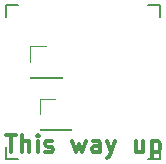
<source format=gbr>
%TF.GenerationSoftware,KiCad,Pcbnew,8.0.6*%
%TF.CreationDate,2025-02-08T19:38:12+00:00*%
%TF.ProjectId,Gateron2Alps,47617465-726f-46e3-9241-6c70732e6b69,rev?*%
%TF.SameCoordinates,Original*%
%TF.FileFunction,Legend,Top*%
%TF.FilePolarity,Positive*%
%FSLAX46Y46*%
G04 Gerber Fmt 4.6, Leading zero omitted, Abs format (unit mm)*
G04 Created by KiCad (PCBNEW 8.0.6) date 2025-02-08 19:38:12*
%MOMM*%
%LPD*%
G01*
G04 APERTURE LIST*
%ADD10C,0.300000*%
%ADD11C,0.120000*%
%ADD12C,0.140000*%
G04 APERTURE END LIST*
D10*
X114056025Y-90731428D02*
X114913168Y-90731428D01*
X114484596Y-92231428D02*
X114484596Y-90731428D01*
X115413167Y-92231428D02*
X115413167Y-90731428D01*
X116056025Y-92231428D02*
X116056025Y-91445714D01*
X116056025Y-91445714D02*
X115984596Y-91302857D01*
X115984596Y-91302857D02*
X115841739Y-91231428D01*
X115841739Y-91231428D02*
X115627453Y-91231428D01*
X115627453Y-91231428D02*
X115484596Y-91302857D01*
X115484596Y-91302857D02*
X115413167Y-91374285D01*
X116770310Y-92231428D02*
X116770310Y-91231428D01*
X116770310Y-90731428D02*
X116698882Y-90802857D01*
X116698882Y-90802857D02*
X116770310Y-90874285D01*
X116770310Y-90874285D02*
X116841739Y-90802857D01*
X116841739Y-90802857D02*
X116770310Y-90731428D01*
X116770310Y-90731428D02*
X116770310Y-90874285D01*
X117413168Y-92160000D02*
X117556025Y-92231428D01*
X117556025Y-92231428D02*
X117841739Y-92231428D01*
X117841739Y-92231428D02*
X117984596Y-92160000D01*
X117984596Y-92160000D02*
X118056025Y-92017142D01*
X118056025Y-92017142D02*
X118056025Y-91945714D01*
X118056025Y-91945714D02*
X117984596Y-91802857D01*
X117984596Y-91802857D02*
X117841739Y-91731428D01*
X117841739Y-91731428D02*
X117627454Y-91731428D01*
X117627454Y-91731428D02*
X117484596Y-91660000D01*
X117484596Y-91660000D02*
X117413168Y-91517142D01*
X117413168Y-91517142D02*
X117413168Y-91445714D01*
X117413168Y-91445714D02*
X117484596Y-91302857D01*
X117484596Y-91302857D02*
X117627454Y-91231428D01*
X117627454Y-91231428D02*
X117841739Y-91231428D01*
X117841739Y-91231428D02*
X117984596Y-91302857D01*
X119698882Y-91231428D02*
X119984597Y-92231428D01*
X119984597Y-92231428D02*
X120270311Y-91517142D01*
X120270311Y-91517142D02*
X120556025Y-92231428D01*
X120556025Y-92231428D02*
X120841739Y-91231428D01*
X122056026Y-92231428D02*
X122056026Y-91445714D01*
X122056026Y-91445714D02*
X121984597Y-91302857D01*
X121984597Y-91302857D02*
X121841740Y-91231428D01*
X121841740Y-91231428D02*
X121556026Y-91231428D01*
X121556026Y-91231428D02*
X121413168Y-91302857D01*
X122056026Y-92160000D02*
X121913168Y-92231428D01*
X121913168Y-92231428D02*
X121556026Y-92231428D01*
X121556026Y-92231428D02*
X121413168Y-92160000D01*
X121413168Y-92160000D02*
X121341740Y-92017142D01*
X121341740Y-92017142D02*
X121341740Y-91874285D01*
X121341740Y-91874285D02*
X121413168Y-91731428D01*
X121413168Y-91731428D02*
X121556026Y-91660000D01*
X121556026Y-91660000D02*
X121913168Y-91660000D01*
X121913168Y-91660000D02*
X122056026Y-91588571D01*
X122627454Y-91231428D02*
X122984597Y-92231428D01*
X123341740Y-91231428D02*
X122984597Y-92231428D01*
X122984597Y-92231428D02*
X122841740Y-92588571D01*
X122841740Y-92588571D02*
X122770311Y-92660000D01*
X122770311Y-92660000D02*
X122627454Y-92731428D01*
X125698883Y-91231428D02*
X125698883Y-92231428D01*
X125056025Y-91231428D02*
X125056025Y-92017142D01*
X125056025Y-92017142D02*
X125127454Y-92160000D01*
X125127454Y-92160000D02*
X125270311Y-92231428D01*
X125270311Y-92231428D02*
X125484597Y-92231428D01*
X125484597Y-92231428D02*
X125627454Y-92160000D01*
X125627454Y-92160000D02*
X125698883Y-92088571D01*
X126413168Y-91231428D02*
X126413168Y-92731428D01*
X126413168Y-91302857D02*
X126556026Y-91231428D01*
X126556026Y-91231428D02*
X126841740Y-91231428D01*
X126841740Y-91231428D02*
X126984597Y-91302857D01*
X126984597Y-91302857D02*
X127056026Y-91374285D01*
X127056026Y-91374285D02*
X127127454Y-91517142D01*
X127127454Y-91517142D02*
X127127454Y-91945714D01*
X127127454Y-91945714D02*
X127056026Y-92088571D01*
X127056026Y-92088571D02*
X126984597Y-92160000D01*
X126984597Y-92160000D02*
X126841740Y-92231428D01*
X126841740Y-92231428D02*
X126556026Y-92231428D01*
X126556026Y-92231428D02*
X126413168Y-92160000D01*
D11*
%TO.C,REF\u002A\u002A*%
X116929600Y-87688600D02*
X118259600Y-87688600D01*
X116929600Y-89018600D02*
X116929600Y-87688600D01*
X116929600Y-90288600D02*
X116929600Y-90348600D01*
X116929600Y-90288600D02*
X119589600Y-90288600D01*
X116929600Y-90348600D02*
X119589600Y-90348600D01*
X119589600Y-90288600D02*
X119589600Y-90348600D01*
D12*
X114100000Y-80750000D02*
X114100000Y-79750000D01*
X114100000Y-92750000D02*
X114100000Y-91750000D01*
X114100000Y-92750000D02*
X115100000Y-92750000D01*
X115100000Y-79750000D02*
X114100000Y-79750000D01*
X126100000Y-92750000D02*
X127100000Y-92750000D01*
X127100000Y-79750000D02*
X126100000Y-79750000D01*
X127100000Y-79750000D02*
X127100000Y-80750000D01*
X127100000Y-91750000D02*
X127100000Y-92750000D01*
D11*
X118800000Y-85860000D02*
X118800000Y-85920000D01*
X116140000Y-85920000D02*
X118800000Y-85920000D01*
X116140000Y-85860000D02*
X118800000Y-85860000D01*
X116140000Y-85860000D02*
X116140000Y-85920000D01*
X116140000Y-84590000D02*
X116140000Y-83260000D01*
X116140000Y-83260000D02*
X117470000Y-83260000D01*
%TD*%
M02*

</source>
